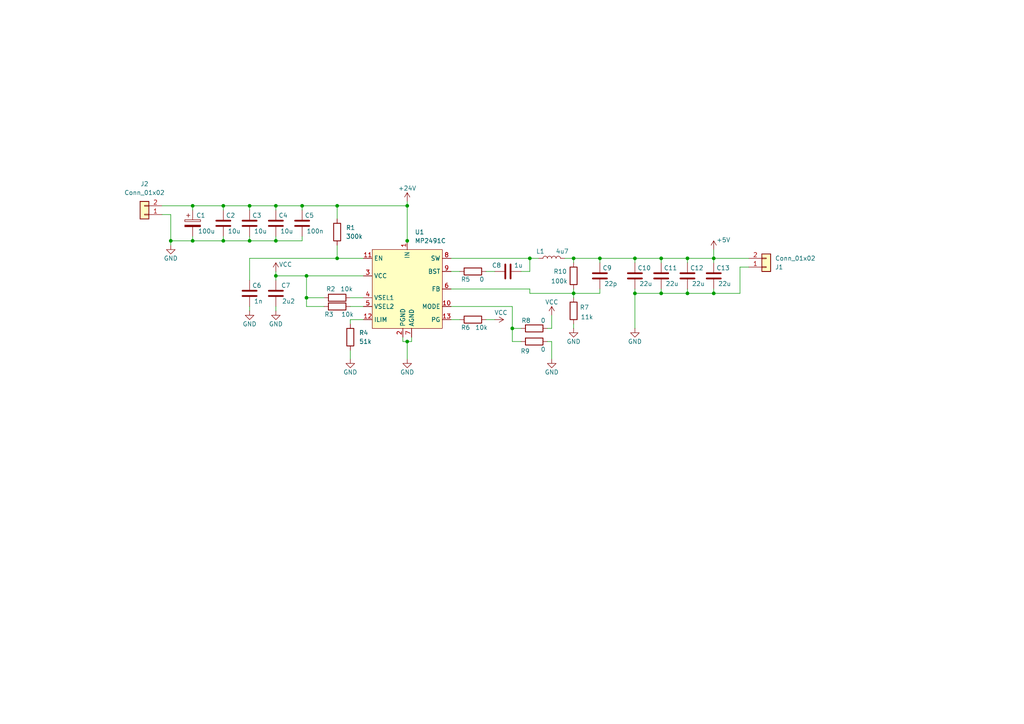
<source format=kicad_sch>
(kicad_sch (version 20231120) (generator "eeschema") (generator_version "8.0")
  (paper "A4")
  (lib_symbols
    (symbol "Connector_Generic:Conn_01x02" (pin_names (offset 1.016) hide)
      (property "Reference" "J" (at 0 2.54 0))
      (property "Value" "Conn_01x02" (at 0 -5.08 0))
      (symbol "Conn_01x02_1_1"
        (rectangle (start -1.27 -2.413) (end 0 -2.667) (stroke (width 0.1524)))
        (rectangle (start -1.27 0.127) (end 0 -0.127) (stroke (width 0.1524)))
        (rectangle (start -1.27 1.27) (end 1.27 -3.81) (stroke (width 0.254)) (fill (type background)))
        (pin passive line (at -5.08 0 0) (length 3.81) (name "Pin_1") (number "1"))
        (pin passive line (at -5.08 -2.54 0) (length 3.81) (name "Pin_2") (number "2"))
      )
    )
    (symbol "Device:C" (pin_numbers hide) (pin_names (offset 0.254))
      (property "Reference" "C" (at 0.635 2.54 0))
      (property "Value" "C" (at 0.635 -2.54 0))
      (symbol "C_0_1"
        (polyline (pts (xy -2.032 -0.762) (xy 2.032 -0.762)) (stroke (width 0.508)))
        (polyline (pts (xy -2.032 0.762) (xy 2.032 0.762)) (stroke (width 0.508)))
      )
      (symbol "C_1_1"
        (pin passive line (at 0 3.81 270) (length 2.794) (name "~") (number "1"))
        (pin passive line (at 0 -3.81 90) (length 2.794) (name "~") (number "2"))
      )
    )
    (symbol "Device:C_Polarized" (pin_numbers hide) (pin_names (offset 0.254))
      (property "Reference" "C" (at 0.635 2.54 0))
      (property "Value" "C_Polarized" (at 0.635 -2.54 0))
      (symbol "C_Polarized_0_1"
        (rectangle (start -2.286 0.508) (end 2.286 1.016))
        (polyline (pts (xy -1.778 2.286) (xy -0.762 2.286)))
        (polyline (pts (xy -1.27 2.794) (xy -1.27 1.778)))
        (rectangle (start 2.286 -0.508) (end -2.286 -1.016) (fill (type outline)))
      )
      (symbol "C_Polarized_1_1"
        (pin passive line (at 0 3.81 270) (length 2.794) (name "~") (number "1"))
        (pin passive line (at 0 -3.81 90) (length 2.794) (name "~") (number "2"))
      )
    )
    (symbol "Device:L" (pin_numbers hide) (pin_names (offset 1.016) hide)
      (property "Reference" "L" (at -1.27 0 90))
      (property "Value" "L" (at 1.905 0 90))
      (symbol "L_0_1"
        (arc (start 0 -2.54) (mid 0.6323 -1.905) (end 0 -1.27))
        (arc (start 0 -1.27) (mid 0.6323 -0.635) (end 0 0))
        (arc (start 0 0) (mid 0.6323 0.635) (end 0 1.27))
        (arc (start 0 1.27) (mid 0.6323 1.905) (end 0 2.54))
      )
      (symbol "L_1_1"
        (pin passive line (at 0 3.81 270) (length 1.27) (name "1") (number "1"))
        (pin passive line (at 0 -3.81 90) (length 1.27) (name "2") (number "2"))
      )
    )
    (symbol "Device:R" (pin_numbers hide) (pin_names (offset 0))
      (property "Reference" "R" (at 2.032 0 90))
      (property "Value" "R" (at 0 0 90))
      (symbol "R_0_1"
        (rectangle (start -1.016 -2.54) (end 1.016 2.54) (stroke (width 0.254)))
      )
      (symbol "R_1_1"
        (pin passive line (at 0 3.81 270) (length 1.27) (name "~") (number "1"))
        (pin passive line (at 0 -3.81 90) (length 1.27) (name "~") (number "2"))
      )
    )
    (symbol "HK:MP2491C_HK"
      (property "Reference" "U" (at 0 0 0))
      (property "Value" "MP2491C" (at 5.842 13.462 0))
      (symbol "MP2491C_HK_1_1"
        (rectangle (start -10.16 11.43) (end 10.16 -11.43) (fill (type background)))
        (pin power_in line (at 0 13.97 270) (length 2.54) (name "IN") (number "1"))
        (pin input line (at 12.7 -5.08 180) (length 2.54) (name "MODE") (number "10"))
        (pin input line (at -12.7 8.89 0) (length 2.54) (name "EN") (number "11"))
        (pin input line (at -12.7 -8.89 0) (length 2.54) (name "ILIM") (number "12"))
        (pin output line (at 12.7 -8.89 180) (length 2.54) (name "PG") (number "13"))
        (pin power_in line (at -1.27 -13.97 90) (length 2.54) (name "PGND") (number "2"))
        (pin power_out line (at -12.7 3.81 0) (length 2.54) (name "VCC") (number "3"))
        (pin input line (at -12.7 -2.54 0) (length 2.54) (name "VSEL1") (number "4"))
        (pin input line (at -12.7 -5.08 0) (length 2.54) (name "VSEL2") (number "5"))
        (pin input line (at 12.7 0 180) (length 2.54) (name "FB") (number "6"))
        (pin power_in line (at 1.27 -13.97 90) (length 2.54) (name "AGND") (number "7"))
        (pin power_in line (at 12.7 8.89 180) (length 2.54) (name "SW") (number "8"))
        (pin input line (at 12.7 5.08 180) (length 2.54) (name "BST") (number "9"))
      )
    )
    (symbol "power:+24V" (power) (pin_numbers hide) (pin_names (offset 0) hide)
      (property "Value" "+24V" (at 0 3.556 0))
      (symbol "+24V_0_1"
        (polyline (pts (xy -0.762 1.27) (xy 0 2.54)))
        (polyline (pts (xy 0 0) (xy 0 2.54)))
        (polyline (pts (xy 0 2.54) (xy 0.762 1.27)))
      )
      (symbol "+24V_1_1"
        (pin power_in line (at 0 0 90) (length 0) (name "~") (number "1"))
      )
    )
    (symbol "power:+5V" (power) (pin_numbers hide) (pin_names (offset 0) hide)
      (property "Value" "+5V" (at 0 3.556 0))
      (symbol "+5V_0_1"
        (polyline (pts (xy -0.762 1.27) (xy 0 2.54)))
        (polyline (pts (xy 0 0) (xy 0 2.54)))
        (polyline (pts (xy 0 2.54) (xy 0.762 1.27)))
      )
      (symbol "+5V_1_1"
        (pin power_in line (at 0 0 90) (length 0) (name "~") (number "1"))
      )
    )
    (symbol "power:GND" (power) (pin_numbers hide) (pin_names (offset 0) hide)
      (property "Value" "GND" (at 0 -3.81 0))
      (symbol "GND_0_1"
        (polyline (pts (xy 0 0) (xy 0 -1.27) (xy 1.27 -1.27) (xy 0 -2.54) (xy -1.27 -1.27) (xy 0 -1.27)))
      )
      (symbol "GND_1_1"
        (pin power_in line (at 0 0 270) (length 0) (name "~") (number "1"))
      )
    )
    (symbol "power:VCC" (power) (pin_numbers hide) (pin_names (offset 0) hide)
      (property "Value" "VCC" (at 0 3.556 0))
      (symbol "VCC_0_1"
        (polyline (pts (xy -0.762 1.27) (xy 0 2.54)))
        (polyline (pts (xy 0 0) (xy 0 2.54)))
        (polyline (pts (xy 0 2.54) (xy 0.762 1.27)))
      )
      (symbol "VCC_1_1"
        (pin power_in line (at 0 0 90) (length 0) (name "~") (number "1"))
      )
    )
  )
  (junction (at 153.67 74.93))
  (junction (at 191.77 85.09))
  (junction (at 55.88 69.85))
  (junction (at 64.77 69.85))
  (junction (at 88.9 80.01))
  (junction (at 118.11 69.85))
  (junction (at 118.11 99.06))
  (junction (at 191.77 74.93))
  (junction (at 49.53 69.85))
  (junction (at 64.77 59.69))
  (junction (at 199.39 74.93))
  (junction (at 80.01 80.01))
  (junction (at 184.15 74.93))
  (junction (at 87.63 59.69))
  (junction (at 207.01 85.09))
  (junction (at 80.01 69.85))
  (junction (at 88.9 86.36))
  (junction (at 72.39 59.69))
  (junction (at 173.99 74.93))
  (junction (at 199.39 85.09))
  (junction (at 55.88 59.69))
  (junction (at 166.37 85.09))
  (junction (at 207.01 74.93))
  (junction (at 184.15 85.09))
  (junction (at 148.59 95.25))
  (junction (at 166.37 74.93))
  (junction (at 97.79 59.69))
  (junction (at 72.39 69.85))
  (junction (at 118.11 59.69))
  (junction (at 80.01 59.69))
  (junction (at 97.79 74.93))
  (wire (pts (xy 80.01 68.58) (xy 80.01 69.85)))
  (wire (pts (xy 116.84 97.79) (xy 116.84 99.06)))
  (wire (pts (xy 151.13 95.25) (xy 148.59 95.25)))
  (wire (pts (xy 49.53 62.23) (xy 49.53 69.85)))
  (wire (pts (xy 207.01 85.09) (xy 214.63 85.09)))
  (wire (pts (xy 148.59 95.25) (xy 148.59 99.06)))
  (wire (pts (xy 184.15 83.82) (xy 184.15 85.09)))
  (wire (pts (xy 140.97 92.71) (xy 143.51 92.71)))
  (wire (pts (xy 158.75 99.06) (xy 160.02 99.06)))
  (wire (pts (xy 207.01 72.39) (xy 207.01 74.93)))
  (wire (pts (xy 191.77 85.09) (xy 184.15 85.09)))
  (wire (pts (xy 80.01 88.9) (xy 80.01 90.17)))
  (wire (pts (xy 184.15 85.09) (xy 184.15 95.25)))
  (wire (pts (xy 87.63 59.69) (xy 97.79 59.69)))
  (wire (pts (xy 199.39 74.93) (xy 199.39 76.2)))
  (wire (pts (xy 87.63 59.69) (xy 87.63 60.96)))
  (wire (pts (xy 118.11 58.42) (xy 118.11 59.69)))
  (wire (pts (xy 160.02 99.06) (xy 160.02 104.14)))
  (wire (pts (xy 97.79 59.69) (xy 97.79 63.5)))
  (wire (pts (xy 130.81 74.93) (xy 153.67 74.93)))
  (wire (pts (xy 160.02 91.44) (xy 160.02 95.25)))
  (wire (pts (xy 72.39 81.28) (xy 72.39 74.93)))
  (wire (pts (xy 72.39 69.85) (xy 64.77 69.85)))
  (wire (pts (xy 148.59 99.06) (xy 151.13 99.06)))
  (wire (pts (xy 199.39 74.93) (xy 207.01 74.93)))
  (wire (pts (xy 119.38 99.06) (xy 118.11 99.06)))
  (wire (pts (xy 173.99 83.82) (xy 173.99 85.09)))
  (wire (pts (xy 130.81 92.71) (xy 133.35 92.71)))
  (wire (pts (xy 105.41 74.93) (xy 97.79 74.93)))
  (wire (pts (xy 80.01 59.69) (xy 87.63 59.69)))
  (wire (pts (xy 207.01 74.93) (xy 217.17 74.93)))
  (wire (pts (xy 166.37 74.93) (xy 166.37 76.2)))
  (wire (pts (xy 207.01 85.09) (xy 199.39 85.09)))
  (wire (pts (xy 173.99 85.09) (xy 166.37 85.09)))
  (wire (pts (xy 72.39 59.69) (xy 80.01 59.69)))
  (wire (pts (xy 130.81 78.74) (xy 133.35 78.74)))
  (wire (pts (xy 148.59 88.9) (xy 148.59 95.25)))
  (wire (pts (xy 80.01 80.01) (xy 80.01 81.28)))
  (wire (pts (xy 153.67 85.09) (xy 166.37 85.09)))
  (wire (pts (xy 46.99 59.69) (xy 55.88 59.69)))
  (wire (pts (xy 97.79 59.69) (xy 118.11 59.69)))
  (wire (pts (xy 105.41 92.71) (xy 101.6 92.71)))
  (wire (pts (xy 49.53 69.85) (xy 49.53 71.12)))
  (wire (pts (xy 55.88 59.69) (xy 64.77 59.69)))
  (wire (pts (xy 191.77 83.82) (xy 191.77 85.09)))
  (wire (pts (xy 88.9 86.36) (xy 93.98 86.36)))
  (wire (pts (xy 166.37 93.98) (xy 166.37 95.25)))
  (wire (pts (xy 118.11 71.12) (xy 118.11 69.85)))
  (wire (pts (xy 80.01 78.74) (xy 80.01 80.01)))
  (wire (pts (xy 158.75 95.25) (xy 160.02 95.25)))
  (wire (pts (xy 93.98 88.9) (xy 88.9 88.9)))
  (wire (pts (xy 130.81 83.82) (xy 153.67 83.82)))
  (wire (pts (xy 199.39 83.82) (xy 199.39 85.09)))
  (wire (pts (xy 151.13 78.74) (xy 153.67 78.74)))
  (wire (pts (xy 118.11 99.06) (xy 116.84 99.06)))
  (wire (pts (xy 191.77 74.93) (xy 191.77 76.2)))
  (wire (pts (xy 166.37 85.09) (xy 166.37 86.36)))
  (wire (pts (xy 64.77 68.58) (xy 64.77 69.85)))
  (wire (pts (xy 153.67 78.74) (xy 153.67 74.93)))
  (wire (pts (xy 87.63 69.85) (xy 80.01 69.85)))
  (wire (pts (xy 46.99 62.23) (xy 49.53 62.23)))
  (wire (pts (xy 97.79 74.93) (xy 97.79 71.12)))
  (wire (pts (xy 88.9 80.01) (xy 105.41 80.01)))
  (wire (pts (xy 191.77 74.93) (xy 199.39 74.93)))
  (wire (pts (xy 173.99 74.93) (xy 173.99 76.2)))
  (wire (pts (xy 163.83 74.93) (xy 166.37 74.93)))
  (wire (pts (xy 64.77 59.69) (xy 64.77 60.96)))
  (wire (pts (xy 199.39 85.09) (xy 191.77 85.09)))
  (wire (pts (xy 214.63 77.47) (xy 217.17 77.47)))
  (wire (pts (xy 88.9 86.36) (xy 88.9 88.9)))
  (wire (pts (xy 80.01 69.85) (xy 72.39 69.85)))
  (wire (pts (xy 101.6 101.6) (xy 101.6 104.14)))
  (wire (pts (xy 118.11 99.06) (xy 118.11 104.14)))
  (wire (pts (xy 80.01 80.01) (xy 88.9 80.01)))
  (wire (pts (xy 140.97 78.74) (xy 143.51 78.74)))
  (wire (pts (xy 64.77 59.69) (xy 72.39 59.69)))
  (wire (pts (xy 55.88 59.69) (xy 55.88 60.96)))
  (wire (pts (xy 118.11 59.69) (xy 118.11 69.85)))
  (wire (pts (xy 166.37 83.82) (xy 166.37 85.09)))
  (wire (pts (xy 148.59 88.9) (xy 130.81 88.9)))
  (wire (pts (xy 55.88 69.85) (xy 49.53 69.85)))
  (wire (pts (xy 153.67 83.82) (xy 153.67 85.09)))
  (wire (pts (xy 72.39 59.69) (xy 72.39 60.96)))
  (wire (pts (xy 173.99 74.93) (xy 184.15 74.93)))
  (wire (pts (xy 101.6 92.71) (xy 101.6 93.98)))
  (wire (pts (xy 80.01 59.69) (xy 80.01 60.96)))
  (wire (pts (xy 207.01 83.82) (xy 207.01 85.09)))
  (wire (pts (xy 166.37 74.93) (xy 173.99 74.93)))
  (wire (pts (xy 72.39 68.58) (xy 72.39 69.85)))
  (wire (pts (xy 184.15 74.93) (xy 191.77 74.93)))
  (wire (pts (xy 207.01 74.93) (xy 207.01 76.2)))
  (wire (pts (xy 72.39 88.9) (xy 72.39 90.17)))
  (wire (pts (xy 119.38 97.79) (xy 119.38 99.06)))
  (wire (pts (xy 72.39 74.93) (xy 97.79 74.93)))
  (wire (pts (xy 101.6 86.36) (xy 105.41 86.36)))
  (wire (pts (xy 55.88 68.58) (xy 55.88 69.85)))
  (wire (pts (xy 184.15 74.93) (xy 184.15 76.2)))
  (wire (pts (xy 214.63 85.09) (xy 214.63 77.47)))
  (wire (pts (xy 153.67 74.93) (xy 156.21 74.93)))
  (wire (pts (xy 88.9 80.01) (xy 88.9 86.36)))
  (wire (pts (xy 87.63 68.58) (xy 87.63 69.85)))
  (wire (pts (xy 101.6 88.9) (xy 105.41 88.9)))
  (wire (pts (xy 64.77 69.85) (xy 55.88 69.85)))
  (symbol (lib_id "Device:R") (at 154.94 95.25 90) (unit 1)
    (property "Reference" "R8" (at 153.924 92.964 90) (effects (justify left)))
    (property "Value" "0" (at 158.242 92.964 90) (effects (justify left)))
    (property "Footprint" "Resistor_SMD:R_0603_1608Metric" (effects (hide yes)))
    (property "Description" "Resistor" (effects (hide yes)))
  )
  (symbol (lib_id "Device:R") (at 97.79 86.36 90) (unit 1)
    (property "Reference" "R2" (at 97.282 83.82 90) (effects (justify left)))
    (property "Value" "10k" (at 102.362 83.82 90) (effects (justify left)))
    (property "Footprint" "Resistor_SMD:R_0603_1608Metric" (effects (hide yes)))
    (property "Description" "Resistor" (effects (hide yes)))
  )
  (symbol (lib_id "Device:R") (at 101.6 97.79 0) (unit 1)
    (property "Reference" "R4" (at 104.14 96.5199 0) (effects (justify left)))
    (property "Value" "51k" (at 104.14 99.0599 0) (effects (justify left)))
    (property "Footprint" "Resistor_SMD:R_0603_1608Metric" (effects (hide yes)))
    (property "Description" "Resistor" (effects (hide yes)))
  )
  (symbol (lib_id "Device:R") (at 154.94 99.06 90) (unit 1)
    (property "Reference" "R9" (at 153.67 101.854 90) (effects (justify left)))
    (property "Value" "0" (at 158.242 101.346 90) (effects (justify left)))
    (property "Footprint" "Resistor_SMD:R_0603_1608Metric" (effects (hide yes)))
    (property "Description" "Resistor" (effects (hide yes)))
  )
  (symbol (lib_id "power:GND") (at 72.39 90.17 0) (unit 1)
    (property "Reference" "#PWR0107" (effects (hide yes)))
    (property "Value" "GND" (at 72.39 93.98 0))
    (property "Description" "Power symbol creates a global label with name \"GND\" , ground" (effects (hide yes)))
  )
  (symbol (lib_id "Connector_Generic:Conn_01x02") (at 222.25 77.47 0) (mirror x) (unit 1)
    (property "Reference" "J1" (at 224.79 77.4701 0) (effects (justify left)))
    (property "Value" "Conn_01x02" (at 224.79 74.9301 0) (effects (justify left)))
    (property "Footprint" "Connector_Phoenix_MSTB:PhoenixContact_MSTBA_2,5_2-G_1x02_P5.00mm_Horizontal" (effects (hide yes)))
    (property "Description" "Generic connector, single row, 01x02, script generated (kicad-library-utils/schlib/autogen/connector/)" (effects (hide yes)))
  )
  (symbol (lib_id "Device:C_Polarized") (at 55.88 64.77 0) (unit 1)
    (property "Reference" "C1" (at 56.896 62.484 0) (effects (justify left)))
    (property "Value" "100u" (at 57.404 67.056 0) (effects (justify left)))
    (property "Footprint" "Capacitor_THT:CP_Radial_D6.3mm_P2.50mm" (effects (hide yes)))
    (property "Description" "Polarized capacitor" (effects (hide yes)))
  )
  (symbol (lib_id "power:GND") (at 101.6 104.14 0) (unit 1)
    (property "Reference" "#PWR0112" (effects (hide yes)))
    (property "Value" "GND" (at 101.6 107.95 0))
    (property "Description" "Power symbol creates a global label with name \"GND\" , ground" (effects (hide yes)))
  )
  (symbol (lib_id "Device:C") (at 199.39 80.01 0) (unit 1)
    (property "Reference" "C12" (at 200.152 77.724 0) (effects (justify left)))
    (property "Value" "22u" (at 200.66 82.296 0) (effects (justify left)))
    (property "Footprint" "Capacitor_SMD:C_0805_2012Metric" (effects (hide yes)))
    (property "Description" "Unpolarized capacitor" (effects (hide yes)))
  )
  (symbol (lib_id "Device:L") (at 160.02 74.93 90) (unit 1)
    (property "Reference" "L1" (at 156.718 72.898 90))
    (property "Value" "4u7" (at 163.068 72.898 90))
    (property "Footprint" "Inductor_SMD:L_Bourns-SRN8040_8x8.15mm" (effects (hide yes)))
    (property "Description" "Inductor" (effects (hide yes)))
  )
  (symbol (lib_id "Device:R") (at 166.37 90.17 0) (unit 1)
    (property "Reference" "R7" (at 168.148 89.154 0) (effects (justify left)))
    (property "Value" "11k" (at 168.402 91.948 0) (effects (justify left)))
    (property "Footprint" "Resistor_SMD:R_0603_1608Metric" (effects (hide yes)))
    (property "Description" "Resistor" (effects (hide yes)))
  )
  (symbol (lib_id "power:GND") (at 49.53 71.12 0) (unit 1)
    (property "Reference" "#PWR0101" (effects (hide yes)))
    (property "Value" "GND" (at 49.53 74.93 0))
    (property "Description" "Power symbol creates a global label with name \"GND\" , ground" (effects (hide yes)))
  )
  (symbol (lib_id "Connector_Generic:Conn_01x02") (at 41.91 62.23 180) (unit 1)
    (property "Reference" "J2" (at 41.91 53.34 0))
    (property "Value" "Conn_01x02" (at 41.91 55.88 0))
    (property "Footprint" "Connector_Phoenix_MSTB:PhoenixContact_MSTBA_2,5_2-G_1x02_P5.00mm_Horizontal" (effects (hide yes)))
    (property "Description" "Generic connector, single row, 01x02, script generated (kicad-library-utils/schlib/autogen/connector/)" (effects (hide yes)))
  )
  (symbol (lib_id "Device:C") (at 87.63 64.77 0) (unit 1)
    (property "Reference" "C5" (at 88.392 62.484 0) (effects (justify left)))
    (property "Value" "100n" (at 88.9 67.056 0) (effects (justify left)))
    (property "Footprint" "Capacitor_SMD:C_0603_1608Metric" (effects (hide yes)))
    (property "Description" "Unpolarized capacitor" (effects (hide yes)))
  )
  (symbol (lib_id "power:GND") (at 184.15 95.25 0) (unit 1)
    (property "Reference" "#PWR0108" (effects (hide yes)))
    (property "Value" "GND" (at 184.15 99.06 0))
    (property "Description" "Power symbol creates a global label with name \"GND\" , ground" (effects (hide yes)))
  )
  (symbol (lib_id "Device:C") (at 72.39 85.09 0) (unit 1)
    (property "Reference" "C6" (at 73.152 82.804 0) (effects (justify left)))
    (property "Value" "1n" (at 73.66 87.376 0) (effects (justify left)))
    (property "Footprint" "Capacitor_SMD:C_0603_1608Metric" (effects (hide yes)))
    (property "Description" "Unpolarized capacitor" (effects (hide yes)))
  )
  (symbol (lib_id "power:GND") (at 160.02 104.14 0) (unit 1)
    (property "Reference" "#PWR0104" (effects (hide yes)))
    (property "Value" "GND" (at 160.02 107.95 0))
    (property "Description" "Power symbol creates a global label with name \"GND\" , ground" (effects (hide yes)))
  )
  (symbol (lib_id "Device:C") (at 173.99 80.01 0) (unit 1)
    (property "Reference" "C9" (at 174.752 77.724 0) (effects (justify left)))
    (property "Value" "22p" (at 175.26 82.296 0) (effects (justify left)))
    (property "Footprint" "Capacitor_SMD:C_0603_1608Metric" (effects (hide yes)))
    (property "Description" "Unpolarized capacitor" (effects (hide yes)))
  )
  (symbol (lib_id "Device:C") (at 191.77 80.01 0) (unit 1)
    (property "Reference" "C11" (at 192.532 77.724 0) (effects (justify left)))
    (property "Value" "22u" (at 193.04 82.296 0) (effects (justify left)))
    (property "Footprint" "Capacitor_SMD:C_0805_2012Metric" (effects (hide yes)))
    (property "Description" "Unpolarized capacitor" (effects (hide yes)))
  )
  (symbol (lib_id "HK:MP2491C_HK") (at 118.11 83.82 0) (unit 1)
    (property "Reference" "U1" (at 120.3041 67.31 0) (effects (justify left)))
    (property "Value" "MP2491C" (at 120.3041 69.85 0) (effects (justify left)))
    (property "Footprint" "HK:QFN-13_HK" (effects (hide yes)))
    (property "Datasheet" "https://www.monolithicpower.com/en/documentview/productdocument/index/version/2/document_type/Datasheet/lang/en/sku/MP2491CGQB-Z/document_id/4656/" (effects (hide yes)))
    (property "Description" "Step-Down Converter" (effects (hide yes)))
  )
  (symbol (lib_id "Device:C") (at 207.01 80.01 0) (unit 1)
    (property "Reference" "C13" (at 207.772 77.724 0) (effects (justify left)))
    (property "Value" "22u" (at 208.28 82.296 0) (effects (justify left)))
    (property "Footprint" "Capacitor_SMD:C_0805_2012Metric" (effects (hide yes)))
    (property "Description" "Unpolarized capacitor" (effects (hide yes)))
  )
  (symbol (lib_id "power:GND") (at 80.01 90.17 0) (unit 1)
    (property "Reference" "#PWR0106" (effects (hide yes)))
    (property "Value" "GND" (at 80.01 93.98 0))
    (property "Description" "Power symbol creates a global label with name \"GND\" , ground" (effects (hide yes)))
  )
  (symbol (lib_id "power:VCC") (at 80.01 78.74 0) (unit 1)
    (property "Reference" "#PWR01" (effects (hide yes)))
    (property "Value" "VCC" (at 82.804 76.708 0))
    (property "Description" "Power symbol creates a global label with name \"VCC\"" (effects (hide yes)))
  )
  (symbol (lib_id "Device:R") (at 97.79 67.31 0) (unit 1)
    (property "Reference" "R1" (at 100.33 66.0399 0) (effects (justify left)))
    (property "Value" "300k" (at 100.33 68.5799 0) (effects (justify left)))
    (property "Footprint" "Resistor_SMD:R_0603_1608Metric" (effects (hide yes)))
    (property "Description" "Resistor" (effects (hide yes)))
  )
  (symbol (lib_id "Device:C") (at 80.01 85.09 0) (unit 1)
    (property "Reference" "C7" (at 81.534 82.804 0) (effects (justify left)))
    (property "Value" "2u2" (at 81.788 87.376 0) (effects (justify left)))
    (property "Footprint" "Capacitor_SMD:C_0603_1608Metric" (effects (hide yes)))
    (property "Description" "Unpolarized capacitor" (effects (hide yes)))
  )
  (symbol (lib_id "Device:R") (at 137.16 78.74 90) (unit 1)
    (property "Reference" "R5" (at 136.398 81.026 90) (effects (justify left)))
    (property "Value" "0" (at 140.462 81.026 90) (effects (justify left)))
    (property "Footprint" "Resistor_SMD:R_0603_1608Metric" (effects (hide yes)))
    (property "Description" "Resistor" (effects (hide yes)))
  )
  (symbol (lib_id "Device:R") (at 97.79 88.9 90) (unit 1)
    (property "Reference" "R3" (at 96.774 91.186 90) (effects (justify left)))
    (property "Value" "10k" (at 102.616 91.186 90) (effects (justify left)))
    (property "Footprint" "Resistor_SMD:R_0603_1608Metric" (effects (hide yes)))
    (property "Description" "Resistor" (effects (hide yes)))
  )
  (symbol (lib_id "power:VCC") (at 160.02 91.44 0) (unit 1)
    (property "Reference" "#PWR03" (effects (hide yes)))
    (property "Value" "VCC" (at 160.02 87.63 0))
    (property "Description" "Power symbol creates a global label with name \"VCC\"" (effects (hide yes)))
  )
  (symbol (lib_id "Device:C") (at 64.77 64.77 0) (unit 1)
    (property "Reference" "C2" (at 65.532 62.484 0) (effects (justify left)))
    (property "Value" "10u" (at 66.04 67.056 0) (effects (justify left)))
    (property "Footprint" "Capacitor_SMD:C_0805_2012Metric" (effects (hide yes)))
    (property "Description" "Unpolarized capacitor" (effects (hide yes)))
  )
  (symbol (lib_id "power:GND") (at 166.37 95.25 0) (unit 1)
    (property "Reference" "#PWR0105" (effects (hide yes)))
    (property "Value" "GND" (at 166.37 99.06 0))
    (property "Description" "Power symbol creates a global label with name \"GND\" , ground" (effects (hide yes)))
  )
  (symbol (lib_id "power:VCC") (at 143.51 92.71 270) (unit 1)
    (property "Reference" "#PWR02" (effects (hide yes)))
    (property "Value" "VCC" (at 145.288 90.678 90))
    (property "Description" "Power symbol creates a global label with name \"VCC\"" (effects (hide yes)))
  )
  (symbol (lib_id "Device:C") (at 147.32 78.74 270) (unit 1)
    (property "Reference" "C8" (at 144.018 76.962 90))
    (property "Value" "1u" (at 150.368 76.962 90))
    (property "Footprint" "Capacitor_SMD:C_0603_1608Metric" (effects (hide yes)))
    (property "Description" "Unpolarized capacitor" (effects (hide yes)))
  )
  (symbol (lib_id "power:GND") (at 118.11 104.14 0) (unit 1)
    (property "Reference" "#PWR0111" (effects (hide yes)))
    (property "Value" "GND" (at 118.11 107.95 0))
    (property "Description" "Power symbol creates a global label with name \"GND\" , ground" (effects (hide yes)))
  )
  (symbol (lib_id "Device:C") (at 72.39 64.77 0) (unit 1)
    (property "Reference" "C3" (at 73.152 62.484 0) (effects (justify left)))
    (property "Value" "10u" (at 73.66 67.056 0) (effects (justify left)))
    (property "Footprint" "Capacitor_SMD:C_0805_2012Metric" (effects (hide yes)))
    (property "Description" "Unpolarized capacitor" (effects (hide yes)))
  )
  (symbol (lib_id "power:+5V") (at 207.01 72.39 0) (unit 1)
    (property "Reference" "#PWR0109" (effects (hide yes)))
    (property "Value" "+5V" (at 207.772 69.596 0) (effects (justify left)))
    (property "Description" "Power symbol creates a global label with name \"+5V\"" (effects (hide yes)))
  )
  (symbol (lib_id "power:+24V") (at 118.11 58.42 0) (unit 1)
    (property "Reference" "#PWR0110" (effects (hide yes)))
    (property "Value" "+24V" (at 118.11 54.61 0))
    (property "Description" "Power symbol creates a global label with name \"+24V\"" (effects (hide yes)))
  )
  (symbol (lib_id "Device:C") (at 80.01 64.77 0) (unit 1)
    (property "Reference" "C4" (at 80.772 62.484 0) (effects (justify left)))
    (property "Value" "10u" (at 81.28 67.056 0) (effects (justify left)))
    (property "Footprint" "Capacitor_SMD:C_0805_2012Metric" (effects (hide yes)))
    (property "Description" "Unpolarized capacitor" (effects (hide yes)))
  )
  (symbol (lib_id "Device:R") (at 137.16 92.71 90) (unit 1)
    (property "Reference" "R6" (at 136.398 94.996 90) (effects (justify left)))
    (property "Value" "10k" (at 141.478 94.996 90) (effects (justify left)))
    (property "Footprint" "Resistor_SMD:R_0603_1608Metric" (effects (hide yes)))
    (property "Description" "Resistor" (effects (hide yes)))
  )
  (symbol (lib_id "Device:C") (at 184.15 80.01 0) (unit 1)
    (property "Reference" "C10" (at 184.912 77.724 0) (effects (justify left)))
    (property "Value" "22u" (at 185.42 82.296 0) (effects (justify left)))
    (property "Footprint" "Capacitor_SMD:C_0805_2012Metric" (effects (hide yes)))
    (property "Description" "Unpolarized capacitor" (effects (hide yes)))
  )
  (symbol (lib_id "Device:R") (at 166.37 80.01 0) (unit 1)
    (property "Reference" "R10" (at 160.528 78.74 0) (effects (justify left)))
    (property "Value" "100k" (at 159.766 81.534 0) (effects (justify left)))
    (property "Footprint" "Resistor_SMD:R_0603_1608Metric" (effects (hide yes)))
    (property "Description" "Resistor" (effects (hide yes)))
  )
)
</source>
